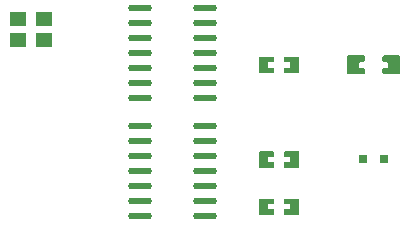
<source format=gtp>
G04 Layer: TopPasteMaskLayer*
G04 EasyEDA v6.5.40, 2024-07-28 23:41:03*
G04 a67cddfb3fce44daa9051d46cbbcc19f,10*
G04 Gerber Generator version 0.2*
G04 Scale: 100 percent, Rotated: No, Reflected: No *
G04 Dimensions in millimeters *
G04 leading zeros omitted , absolute positions ,4 integer and 5 decimal *
%FSLAX45Y45*%
%MOMM*%

%ADD10R,0.8000X0.8000*%
%ADD11R,1.4000X1.2000*%
%ADD12O,2.0379944X0.5739892*%

%LPD*%
G36*
X2535021Y668934D02*
G01*
X2529992Y663956D01*
X2529992Y535940D01*
X2535021Y530961D01*
X2650032Y530961D01*
X2655011Y535940D01*
X2654503Y577951D01*
X2610510Y577951D01*
X2610510Y622960D01*
X2655519Y622960D01*
X2655011Y663956D01*
X2650032Y668934D01*
G37*
G36*
X2750007Y668934D02*
G01*
X2745028Y663956D01*
X2745536Y622960D01*
X2789529Y622960D01*
X2789529Y577951D01*
X2745028Y577951D01*
X2745028Y535940D01*
X2750007Y530961D01*
X2865018Y530961D01*
X2869996Y535940D01*
X2869996Y663956D01*
X2865018Y668934D01*
G37*
G36*
X2535021Y1469034D02*
G01*
X2529992Y1464056D01*
X2529992Y1336040D01*
X2535021Y1331061D01*
X2650032Y1331061D01*
X2655011Y1336040D01*
X2654503Y1378051D01*
X2610510Y1378051D01*
X2610510Y1423060D01*
X2655519Y1423060D01*
X2655011Y1464056D01*
X2650032Y1469034D01*
G37*
G36*
X2750007Y1469034D02*
G01*
X2745028Y1464056D01*
X2745536Y1423060D01*
X2789529Y1423060D01*
X2789529Y1378051D01*
X2745028Y1378051D01*
X2745028Y1336040D01*
X2750007Y1331061D01*
X2865018Y1331061D01*
X2869996Y1336040D01*
X2869996Y1464056D01*
X2865018Y1469034D01*
G37*
G36*
X2750007Y268884D02*
G01*
X2745028Y263906D01*
X2745536Y221894D01*
X2789529Y221894D01*
X2789529Y176885D01*
X2744520Y176885D01*
X2745028Y135890D01*
X2750007Y130911D01*
X2865018Y130911D01*
X2870047Y135890D01*
X2870047Y263906D01*
X2865018Y268884D01*
G37*
G36*
X2535021Y268884D02*
G01*
X2530043Y263906D01*
X2530043Y135890D01*
X2535021Y130911D01*
X2650032Y130911D01*
X2655011Y135890D01*
X2654503Y176885D01*
X2610510Y176885D01*
X2610510Y221894D01*
X2655011Y221894D01*
X2655011Y263906D01*
X2650032Y268884D01*
G37*
G36*
X3286506Y1481023D02*
G01*
X3276498Y1471015D01*
X3276498Y1328978D01*
X3286506Y1319022D01*
X3414979Y1319022D01*
X3424986Y1328978D01*
X3424986Y1362456D01*
X3414979Y1372463D01*
X3384499Y1372463D01*
X3374491Y1382471D01*
X3374491Y1417523D01*
X3384499Y1427530D01*
X3414979Y1427530D01*
X3424986Y1437538D01*
X3424986Y1471015D01*
X3414979Y1481023D01*
G37*
G36*
X3585006Y1481023D02*
G01*
X3574999Y1471015D01*
X3574999Y1437538D01*
X3585006Y1427530D01*
X3615486Y1427530D01*
X3625494Y1417523D01*
X3625494Y1382471D01*
X3615486Y1372463D01*
X3585006Y1372463D01*
X3574999Y1362456D01*
X3574999Y1328978D01*
X3585006Y1319022D01*
X3713479Y1319022D01*
X3723487Y1328978D01*
X3723487Y1471015D01*
X3713479Y1481023D01*
G37*
D10*
G01*
X3414902Y599998D03*
G01*
X3585083Y599998D03*
D11*
G01*
X489991Y1612519D03*
G01*
X710006Y1612519D03*
G01*
X710006Y1787525D03*
G01*
X489991Y1787499D03*
D12*
G01*
X2076907Y1118996D03*
G01*
X2076907Y1245996D03*
G01*
X2076907Y1372996D03*
G01*
X2076907Y1499996D03*
G01*
X2076907Y1626996D03*
G01*
X2076907Y1753996D03*
G01*
X2076907Y1880996D03*
G01*
X1523085Y1118996D03*
G01*
X1523085Y1245996D03*
G01*
X1523085Y1372996D03*
G01*
X1523085Y1499996D03*
G01*
X1523085Y1626996D03*
G01*
X1523085Y1753996D03*
G01*
X1523085Y1880996D03*
G01*
X2076907Y118998D03*
G01*
X2076907Y245998D03*
G01*
X2076907Y372998D03*
G01*
X2076907Y499998D03*
G01*
X2076907Y626998D03*
G01*
X2076907Y753998D03*
G01*
X2076907Y880998D03*
G01*
X1523085Y118998D03*
G01*
X1523085Y245998D03*
G01*
X1523085Y372998D03*
G01*
X1523085Y499998D03*
G01*
X1523085Y626998D03*
G01*
X1523085Y753998D03*
G01*
X1523085Y880998D03*
M02*

</source>
